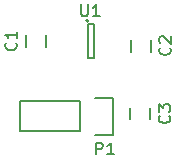
<source format=gbr>
G04 #@! TF.FileFunction,Legend,Top*
%FSLAX46Y46*%
G04 Gerber Fmt 4.6, Leading zero omitted, Abs format (unit mm)*
G04 Created by KiCad (PCBNEW 4.0.2-stable) date 6/23/2016 4:44:23 PM*
%MOMM*%
G01*
G04 APERTURE LIST*
%ADD10C,0.100000*%
%ADD11C,0.150000*%
G04 APERTURE END LIST*
D10*
D11*
X168150000Y-97550000D02*
X168150000Y-98550000D01*
X169850000Y-98550000D02*
X169850000Y-97550000D01*
X178700000Y-98950000D02*
X178700000Y-97950000D01*
X177000000Y-97950000D02*
X177000000Y-98950000D01*
X178650000Y-104700000D02*
X178650000Y-103700000D01*
X176950000Y-103700000D02*
X176950000Y-104700000D01*
X172680000Y-103180000D02*
X167600000Y-103180000D01*
X167600000Y-103180000D02*
X167600000Y-105720000D01*
X167600000Y-105720000D02*
X172680000Y-105720000D01*
X175500000Y-106000000D02*
X173950000Y-106000000D01*
X172680000Y-105720000D02*
X172680000Y-103180000D01*
X173950000Y-102900000D02*
X175500000Y-102900000D01*
X175500000Y-102900000D02*
X175500000Y-106000000D01*
X173400000Y-96350000D02*
G75*
G03X173400000Y-96350000I-100000J0D01*
G01*
X173850000Y-96600000D02*
X173350000Y-96600000D01*
X173850000Y-99500000D02*
X173850000Y-96600000D01*
X173350000Y-99500000D02*
X173850000Y-99500000D01*
X173350000Y-96600000D02*
X173350000Y-99500000D01*
X167257143Y-98216666D02*
X167304762Y-98264285D01*
X167352381Y-98407142D01*
X167352381Y-98502380D01*
X167304762Y-98645238D01*
X167209524Y-98740476D01*
X167114286Y-98788095D01*
X166923810Y-98835714D01*
X166780952Y-98835714D01*
X166590476Y-98788095D01*
X166495238Y-98740476D01*
X166400000Y-98645238D01*
X166352381Y-98502380D01*
X166352381Y-98407142D01*
X166400000Y-98264285D01*
X166447619Y-98216666D01*
X167352381Y-97264285D02*
X167352381Y-97835714D01*
X167352381Y-97550000D02*
X166352381Y-97550000D01*
X166495238Y-97645238D01*
X166590476Y-97740476D01*
X166638095Y-97835714D01*
X180307143Y-98616666D02*
X180354762Y-98664285D01*
X180402381Y-98807142D01*
X180402381Y-98902380D01*
X180354762Y-99045238D01*
X180259524Y-99140476D01*
X180164286Y-99188095D01*
X179973810Y-99235714D01*
X179830952Y-99235714D01*
X179640476Y-99188095D01*
X179545238Y-99140476D01*
X179450000Y-99045238D01*
X179402381Y-98902380D01*
X179402381Y-98807142D01*
X179450000Y-98664285D01*
X179497619Y-98616666D01*
X179497619Y-98235714D02*
X179450000Y-98188095D01*
X179402381Y-98092857D01*
X179402381Y-97854761D01*
X179450000Y-97759523D01*
X179497619Y-97711904D01*
X179592857Y-97664285D01*
X179688095Y-97664285D01*
X179830952Y-97711904D01*
X180402381Y-98283333D01*
X180402381Y-97664285D01*
X180257143Y-104366666D02*
X180304762Y-104414285D01*
X180352381Y-104557142D01*
X180352381Y-104652380D01*
X180304762Y-104795238D01*
X180209524Y-104890476D01*
X180114286Y-104938095D01*
X179923810Y-104985714D01*
X179780952Y-104985714D01*
X179590476Y-104938095D01*
X179495238Y-104890476D01*
X179400000Y-104795238D01*
X179352381Y-104652380D01*
X179352381Y-104557142D01*
X179400000Y-104414285D01*
X179447619Y-104366666D01*
X179352381Y-104033333D02*
X179352381Y-103414285D01*
X179733333Y-103747619D01*
X179733333Y-103604761D01*
X179780952Y-103509523D01*
X179828571Y-103461904D01*
X179923810Y-103414285D01*
X180161905Y-103414285D01*
X180257143Y-103461904D01*
X180304762Y-103509523D01*
X180352381Y-103604761D01*
X180352381Y-103890476D01*
X180304762Y-103985714D01*
X180257143Y-104033333D01*
X174061905Y-107652381D02*
X174061905Y-106652381D01*
X174442858Y-106652381D01*
X174538096Y-106700000D01*
X174585715Y-106747619D01*
X174633334Y-106842857D01*
X174633334Y-106985714D01*
X174585715Y-107080952D01*
X174538096Y-107128571D01*
X174442858Y-107176190D01*
X174061905Y-107176190D01*
X175585715Y-107652381D02*
X175014286Y-107652381D01*
X175300000Y-107652381D02*
X175300000Y-106652381D01*
X175204762Y-106795238D01*
X175109524Y-106890476D01*
X175014286Y-106938095D01*
X172788095Y-94952381D02*
X172788095Y-95761905D01*
X172835714Y-95857143D01*
X172883333Y-95904762D01*
X172978571Y-95952381D01*
X173169048Y-95952381D01*
X173264286Y-95904762D01*
X173311905Y-95857143D01*
X173359524Y-95761905D01*
X173359524Y-94952381D01*
X174359524Y-95952381D02*
X173788095Y-95952381D01*
X174073809Y-95952381D02*
X174073809Y-94952381D01*
X173978571Y-95095238D01*
X173883333Y-95190476D01*
X173788095Y-95238095D01*
M02*

</source>
